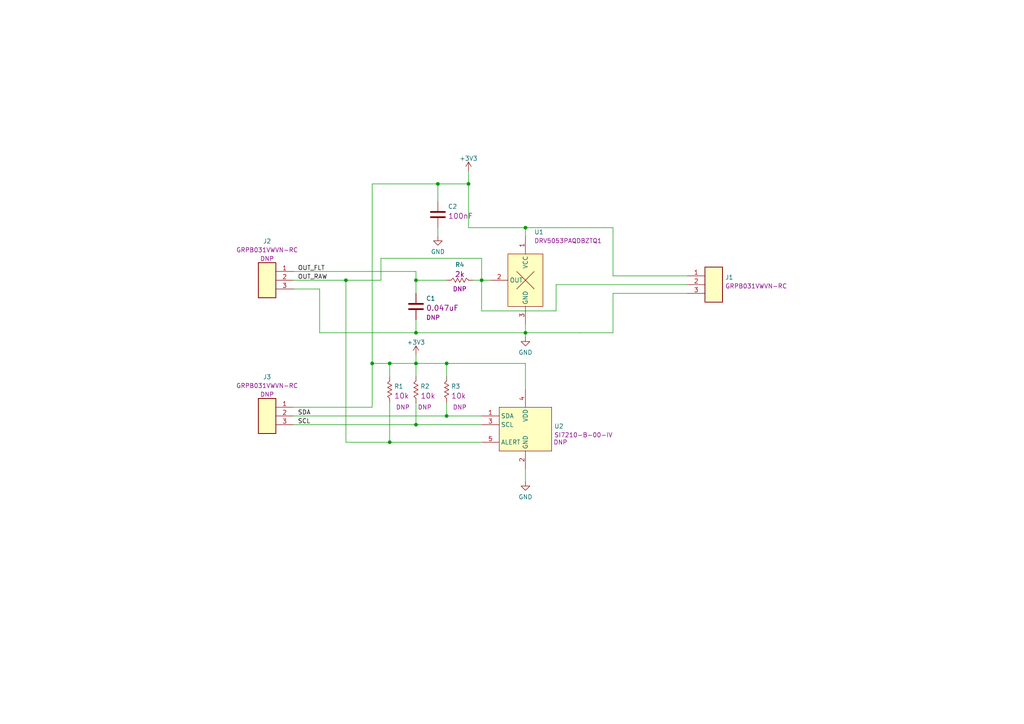
<source format=kicad_sch>
(kicad_sch (version 20211123) (generator eeschema)
  (paper "A4")
  (lib_symbols
    (symbol "master-vampire:C" (pin_numbers hide)
      (property "Reference" "C" (at 3.81 2.54 0))
      (property "Capacitance" "1uF" (at 6.35 0 0))
      (property "MV PN" "DNP" (at 6.35 -2.54 0))
      (symbol "C_0_1"
        (polyline (pts (xy -2.032 -0.762) (xy 2.032 -0.762)) (stroke (width 0.508)))
        (polyline (pts (xy -2.032 0.762) (xy 2.032 0.762)) (stroke (width 0.508)))
      )
      (symbol "C_1_1"
        (pin passive line (at 0 3.81 270) (length 2.794) (name "~") (number "1"))
        (pin passive line (at 0 -3.81 90) (length 2.794) (name "~") (number "2"))
      )
    )
    (symbol "master-vampire:Conn_1x3"
      (property "Reference" "J" (at -6.35 2.54 0))
      (property "MPN" "DNP" (at -5.08 -2.54 0))
      (property "MV PN" "DNP" (at -5.08 0 0))
      (symbol "Conn_1x3_0_1"
        (rectangle (start -2.54 5.08) (end 2.54 -5.08) (stroke (width 0.254)) (fill (type background)))
      )
      (symbol "Conn_1x3_1_1"
        (pin bidirectional line (at 7.62 2.54 180) (length 5.08) (name "~") (number "1"))
        (pin bidirectional line (at 7.62 0 180) (length 5.08) (name "~") (number "2"))
        (pin bidirectional line (at 7.62 -2.54 180) (length 5.08) (name "~") (number "3"))
      )
    )
    (symbol "master-vampire:R" (pin_numbers hide) (pin_names (offset 0))
      (property "Reference" "R" (at 0 2.54 0))
      (property "Resistance" "10k" (at 0 -2.54 0))
      (symbol "R_0_1"
        (polyline (pts (xy -2.54 0) (xy -1.905 0.635) (xy -1.27 -0.635) (xy -0.635 0.635) (xy 0 -0.635) (xy 0.635 0.635) (xy 1.27 -0.635) (xy 1.905 0.635) (xy 2.54 0)))
      )
      (symbol "R_1_1"
        (pin passive line (at 3.81 0 180) (length 1.27) (name "~") (number "1"))
        (pin passive line (at -3.81 0 0) (length 1.27) (name "~") (number "2"))
      )
    )
    (symbol "master-vampire:U_DRV5053"
      (property "Reference" "U" (at 1.27 11.43 0))
      (property "MPN" "DRV5053xx" (at 6.35 8.89 0))
      (property "MV PN" "DNP" (at -17.145 8.89 0))
      (symbol "U_DRV5053_0_1"
        (rectangle (start -15.875 -15.24) (end -15.875 -15.24) (stroke (width 0.1524)))
        (rectangle (start -15.875 -15.24) (end -15.875 -15.24) (stroke (width 0.1524)))
        (rectangle (start -15.875 -15.24) (end -15.875 -15.24) (stroke (width 0.1524)))
        (rectangle (start -15.875 -15.24) (end -15.875 -15.24) (stroke (width 0.1524)))
        (rectangle (start -15.875 -15.24) (end -15.875 -15.24) (stroke (width 0.1524)))
        (rectangle (start -15.875 -15.24) (end -15.875 -15.24) (stroke (width 0.1524)))
        (rectangle (start -15.875 -15.24) (end -15.875 -15.24) (stroke (width 0.1524)))
        (rectangle (start -15.875 -15.24) (end -15.875 -15.24) (stroke (width 0.1524)))
        (rectangle (start -15.875 -15.24) (end -15.875 -15.24) (stroke (width 0.1524)))
        (rectangle (start -15.875 -15.24) (end -15.875 -15.24) (stroke (width 0.1524)))
        (rectangle (start -5.08 7.62) (end 5.08 -7.62) (stroke (width 0.1524)) (fill (type background)))
        (polyline (pts (xy -2.54 2.54) (xy 2.54 -2.54)) (stroke (width 0.1524)))
        (polyline (pts (xy 2.54 2.54) (xy -2.54 -2.54)) (stroke (width 0.1524)))
      )
      (symbol "U_DRV5053_1_1"
        (pin power_in line (at 0 12.7 270) (length 5.08) (name "VCC") (number "1"))
        (pin output line (at 10.16 0 180) (length 5.08) (name "OUT") (number "2"))
        (pin power_in line (at 0 -12.7 90) (length 5.08) (name "GND") (number "3"))
      )
    )
    (symbol "master-vampire:U_Si7210"
      (property "Reference" "U" (at 1.27 8.89 0))
      (property "MPN" "Si7210xx" (at 5.08 6.35 0))
      (symbol "U_Si7210_0_1"
        (rectangle (start -7.62 5.08) (end 7.62 -7.62) (stroke (width 0.1524)) (fill (type background)))
      )
      (symbol "U_Si7210_1_1"
        (pin bidirectional line (at -12.7 2.54 0) (length 5.08) (name "SDA") (number "1"))
        (pin power_in line (at 0 -12.7 90) (length 5.08) (name "GND") (number "2"))
        (pin bidirectional line (at -12.7 0 0) (length 5.08) (name "SCL") (number "3"))
        (pin power_in line (at 0 10.16 270) (length 5.08) (name "VDD") (number "4"))
        (pin output line (at -12.7 -5.08 0) (length 5.08) (name "ALERT") (number "5"))
      )
    )
    (symbol "power:+3.3V" (power) (pin_names (offset 0))
      (property "Value" "+3.3V" (at 0 3.556 0))
      (symbol "+3.3V_0_1"
        (polyline (pts (xy -0.762 1.27) (xy 0 2.54)))
        (polyline (pts (xy 0 0) (xy 0 2.54)))
        (polyline (pts (xy 0 2.54) (xy 0.762 1.27)))
      )
      (symbol "+3.3V_1_1"
        (pin power_in line (at 0 0 90) (length 0) hide (name "+3V3") (number "1"))
      )
    )
    (symbol "power:GND" (power) (pin_names (offset 0))
      (property "Value" "GND" (at 0 -3.81 0))
      (symbol "GND_0_1"
        (polyline (pts (xy 0 0) (xy 0 -1.27) (xy 1.27 -1.27) (xy 0 -2.54) (xy -1.27 -1.27) (xy 0 -1.27)))
      )
      (symbol "GND_1_1"
        (pin power_in line (at 0 0 270) (length 0) hide (name "GND") (number "1"))
      )
    )
  )
  (junction (at 135.89 53.34))
  (junction (at 100.33 81.28))
  (junction (at 120.65 123.19))
  (junction (at 120.65 81.28))
  (junction (at 152.4 96.52))
  (junction (at 120.65 105.41))
  (junction (at 113.03 105.41))
  (junction (at 113.03 128.27))
  (junction (at 139.7 81.28))
  (junction (at 129.54 120.65))
  (junction (at 127 53.34))
  (junction (at 120.65 96.52))
  (junction (at 107.95 105.41))
  (junction (at 152.4 66.04))
  (junction (at 129.54 105.41))
  (wire (pts (xy 152.4 135.89) (xy 152.4 139.7)))
  (wire (pts (xy 107.95 53.34) (xy 127 53.34)))
  (wire (pts (xy 161.29 82.55) (xy 161.29 90.17)))
  (wire (pts (xy 120.65 81.28) (xy 120.65 85.09)))
  (wire (pts (xy 152.4 105.41) (xy 152.4 113.03)))
  (wire (pts (xy 177.8 85.09) (xy 177.8 96.52)))
  (wire (pts (xy 92.71 83.82) (xy 92.71 96.52)))
  (wire (pts (xy 100.33 81.28) (xy 100.33 128.27)))
  (wire (pts (xy 152.4 93.98) (xy 152.4 96.52)))
  (wire (pts (xy 85.09 81.28) (xy 100.33 81.28)))
  (wire (pts (xy 110.49 74.93) (xy 139.7 74.93)))
  (wire (pts (xy 113.03 105.41) (xy 120.65 105.41)))
  (wire (pts (xy 177.8 66.04) (xy 152.4 66.04)))
  (wire (pts (xy 127 53.34) (xy 127 58.42)))
  (wire (pts (xy 120.65 102.87) (xy 120.65 105.41)))
  (wire (pts (xy 199.39 80.01) (xy 177.8 80.01)))
  (wire (pts (xy 85.09 118.11) (xy 107.95 118.11)))
  (wire (pts (xy 129.54 105.41) (xy 120.65 105.41)))
  (wire (pts (xy 85.09 83.82) (xy 92.71 83.82)))
  (wire (pts (xy 199.39 82.55) (xy 161.29 82.55)))
  (wire (pts (xy 113.03 116.84) (xy 113.03 128.27)))
  (wire (pts (xy 107.95 118.11) (xy 107.95 105.41)))
  (wire (pts (xy 120.65 123.19) (xy 120.65 116.84)))
  (wire (pts (xy 107.95 53.34) (xy 107.95 105.41)))
  (wire (pts (xy 85.09 120.65) (xy 129.54 120.65)))
  (wire (pts (xy 85.09 78.74) (xy 120.65 78.74)))
  (wire (pts (xy 139.7 81.28) (xy 139.7 74.93)))
  (wire (pts (xy 100.33 81.28) (xy 110.49 81.28)))
  (wire (pts (xy 120.65 92.71) (xy 120.65 96.52)))
  (wire (pts (xy 113.03 128.27) (xy 139.7 128.27)))
  (wire (pts (xy 139.7 81.28) (xy 142.24 81.28)))
  (wire (pts (xy 120.65 105.41) (xy 120.65 109.22)))
  (wire (pts (xy 139.7 120.65) (xy 129.54 120.65)))
  (wire (pts (xy 129.54 120.65) (xy 129.54 116.84)))
  (wire (pts (xy 177.8 96.52) (xy 152.4 96.52)))
  (wire (pts (xy 139.7 123.19) (xy 120.65 123.19)))
  (wire (pts (xy 113.03 109.22) (xy 113.03 105.41)))
  (wire (pts (xy 113.03 105.41) (xy 107.95 105.41)))
  (wire (pts (xy 92.71 96.52) (xy 120.65 96.52)))
  (wire (pts (xy 177.8 80.01) (xy 177.8 66.04)))
  (wire (pts (xy 100.33 128.27) (xy 113.03 128.27)))
  (wire (pts (xy 199.39 85.09) (xy 177.8 85.09)))
  (wire (pts (xy 135.89 53.34) (xy 127 53.34)))
  (wire (pts (xy 152.4 96.52) (xy 152.4 97.79)))
  (wire (pts (xy 110.49 74.93) (xy 110.49 81.28)))
  (wire (pts (xy 161.29 90.17) (xy 139.7 90.17)))
  (wire (pts (xy 152.4 68.58) (xy 152.4 66.04)))
  (wire (pts (xy 135.89 66.04) (xy 152.4 66.04)))
  (wire (pts (xy 152.4 105.41) (xy 129.54 105.41)))
  (wire (pts (xy 137.16 81.28) (xy 139.7 81.28)))
  (wire (pts (xy 139.7 90.17) (xy 139.7 81.28)))
  (wire (pts (xy 135.89 49.53) (xy 135.89 53.34)))
  (wire (pts (xy 120.65 81.28) (xy 129.54 81.28)))
  (wire (pts (xy 127 66.04) (xy 127 68.58)))
  (wire (pts (xy 135.89 53.34) (xy 135.89 66.04)))
  (wire (pts (xy 120.65 96.52) (xy 152.4 96.52)))
  (wire (pts (xy 120.65 81.28) (xy 120.65 78.74)))
  (wire (pts (xy 85.09 123.19) (xy 120.65 123.19)))
  (wire (pts (xy 129.54 109.22) (xy 129.54 105.41)))
  (label "SDA" (at 86.36 120.65 0))
  (label "OUT_FLT" (at 86.36 78.74 0))
  (label "OUT_RAW" (at 86.36 81.28 0))
  (label "SCL" (at 86.36 123.19 0))
  (symbol (lib_id "power:GND") (at 152.4 139.7 0) (unit 1)
    (property "Reference" "#PWR05" (effects hide))
    (property "Value" "GND" (at 152.4 144.1434 0))
  )
  (symbol (lib_id "master-vampire:R") (at 133.35 81.28 0) (unit 1)
    (property "Reference" "R4" (at 133.35 76.7892 0))
    (property "Value" "R" (effects hide))
    (property "Footprint" "master-vampire:R_0805" (effects hide))
    (property "Resistance" "2k" (at 133.35 79.5544 0) (effects (font (size 1.524 1.524))))
    (property "Power" "1/10W" (effects hide))
    (property "Package" "0805" (effects hide))
    (property "Tolerance" "5per" (effects hide))
    (property "MPN" "CRG0805F2K0" (effects hide))
    (property "Manufacturer" "TE Connectivity Passive Product" (effects hide))
    (property "Supplier" "DigiKey" (effects hide))
    (property "Supplier PN" "DNP" (effects hide))
    (property "LCSC" "C186482" (effects hide))
    (property "MV PN" "DNP" (at 133.35 83.82 0))
    (property "Variant_DRV" "DNP" (effects hide))
  )
  (symbol (lib_id "master-vampire:Conn_1x3") (at 207.01 82.55 0) (mirror y) (unit 1)
    (property "Reference" "J1" (at 210.312 80.4469 0) (effects (justify right)))
    (property "Value" "Conn_1x3" (effects hide))
    (property "Footprint" "master-vampire:CONN_HEADER_MALE_1X3PIN_P1.27MM_TH_Phob" (effects hide))
    (property "Manufacturer" "Sullins Connector Solutions" (effects hide))
    (property "MPN" "GRPB031VWVN-RC" (at 210.312 82.9838 0) (effects (justify right)))
    (property "MV PN" "DNP" (effects hide))
    (property "Package" "Through-hole" (effects hide))
    (property "Supplier" "DigiKey" (effects hide))
    (property "Supplier PN" "S9014E-03-ND" (effects hide))
    (property "Variant_Si7210" "DNP" (effects hide))
  )
  (symbol (lib_id "master-vampire:Conn_1x3") (at 77.47 120.65 0) (unit 1)
    (property "Reference" "J3" (at 77.47 109.3334 0))
    (property "Value" "Conn_1x3" (effects hide))
    (property "Footprint" "master-vampire:CONN_HEADER_MALE_1X3PIN_P1.27MM_TH" (effects hide))
    (property "Manufacturer" "Sullins Connector Solutions" (effects hide))
    (property "MPN" "GRPB031VWVN-RC" (at 77.47 111.8703 0))
    (property "MV PN" "DNP" (at 77.47 114.4072 0))
    (property "Package" "Through-Hole" (effects hide))
    (property "Supplier" "DigiKey" (effects hide))
    (property "Supplier PN" "DNP" (effects hide))
    (property "Variant_DRV" "DNP" (effects hide))
  )
  (symbol (lib_id "master-vampire:U_DRV5053") (at 152.4 81.28 0) (mirror y) (unit 1)
    (property "Reference" "U1" (at 154.94 67.31 0) (effects (justify right)))
    (property "Value" "U_DRV5053" (effects hide))
    (property "Footprint" "master-vampire:SOT-23-3" (effects hide))
    (property "Manufacturer" "Texas Instruments" (effects hide))
    (property "MPN" "DRV5053PAQDBZTQ1" (at 154.94 69.85 0) (effects (justify right)))
    (property "Supplier" "DigiKey" (effects hide))
    (property "Supplier PN" "296-DRV5053PAQDBZTQ1CT-ND" (effects hide))
    (property "MV PN" "DNP" (effects hide))
    (property "Package" "SOT-23-3" (effects hide))
    (property "Variant_Si7210" "DNP" (effects hide))
  )
  (symbol (lib_id "master-vampire:C") (at 120.65 88.9 0) (unit 1)
    (property "Reference" "C1" (at 123.571 86.5686 0) (effects (justify left)))
    (property "Value" "C" (effects hide))
    (property "Footprint" "master-vampire:C_0805" (effects hide))
    (property "Capacitance" "0.047uF" (at 123.571 89.3338 0) (effects (font (size 1.524 1.524)) (justify left)))
    (property "Voltage Rating" "50V" (effects hide))
    (property "TempCo" "X7R" (effects hide))
    (property "Tolerance" "20per" (effects hide))
    (property "Package" "0805" (effects hide))
    (property "MPN" "CL21B473KBCNNNC" (effects hide))
    (property "Manufacturer" "Samsung Electro-Mechanics" (effects hide))
    (property "Supplier" "DigiKey" (effects hide))
    (property "Supplier PN" "DNP" (effects hide))
    (property "MV PN" "DNP" (at 123.571 92.0989 0) (effects (justify left)))
    (property "Variant_DRV" "DNP" (effects hide))
  )
  (symbol (lib_id "power:+3.3V") (at 135.89 49.53 0) (unit 1)
    (property "Reference" "#PWR03" (effects hide))
    (property "Value" "+3.3V" (at 135.89 45.9542 0))
  )
  (symbol (lib_id "master-vampire:U_Si7210") (at 152.4 123.19 0) (unit 1)
    (property "Reference" "U2" (at 160.7312 123.6253 0) (effects (justify left)))
    (property "Value" "U_Si7210" (effects hide))
    (property "Footprint" "master-vampire:SOT-23-5" (effects hide))
    (property "Manufacturer" "Silicon Labs" (effects hide))
    (property "MPN" "SI7210-B-00-IV" (at 160.7312 126.1622 0) (effects (justify left)))
    (property "Supplier" "DigiKey" (effects hide))
    (property "Supplier PN" "DNP" (effects hide))
    (property "Package" "SOT-23-5" (effects hide))
    (property "MV PN" "DNP" (at 162.56 128.27 0))
    (property "Variant_DRV" "DNP" (effects hide))
  )
  (symbol (lib_id "power:GND") (at 152.4 97.79 0) (unit 1)
    (property "Reference" "#PWR04" (effects hide))
    (property "Value" "GND" (at 152.4 102.2334 0))
  )
  (symbol (lib_id "power:+3.3V") (at 120.65 102.87 0) (unit 1)
    (property "Reference" "#PWR01" (effects hide))
    (property "Value" "+3.3V" (at 120.65 99.2942 0))
  )
  (symbol (lib_id "master-vampire:Conn_1x3") (at 77.47 81.28 0) (unit 1)
    (property "Reference" "J2" (at 77.47 69.9634 0))
    (property "Value" "Conn_1x3" (effects hide))
    (property "Footprint" "master-vampire:CONN_HEADER_MALE_1X3PIN_P1.27MM_TH" (effects hide))
    (property "Manufacturer" "Sullins Connector Solutions" (effects hide))
    (property "MPN" "GRPB031VWVN-RC" (at 77.47 72.5003 0))
    (property "MV PN" "DNP" (at 77.47 75.0372 0))
    (property "Package" "Through-Hole" (effects hide))
    (property "Supplier" "DigiKey" (effects hide))
    (property "Supplier PN" "DNP" (effects hide))
    (property "Variant_DRV" "DNP" (effects hide))
  )
  (symbol (lib_id "master-vampire:R") (at 129.54 113.03 90) (unit 1)
    (property "Reference" "R3" (at 130.81 112.0538 90) (effects (justify right)))
    (property "Value" "R" (effects hide))
    (property "Footprint" "master-vampire:R_0805" (effects hide))
    (property "Resistance" "10k" (at 130.81 114.819 90) (effects (font (size 1.524 1.524)) (justify right)))
    (property "Power" "1/10W" (effects hide))
    (property "Package" "0805" (effects hide))
    (property "Tolerance" "5per" (effects hide))
    (property "MPN" "RNCP0805FTD10K0" (effects hide))
    (property "Manufacturer" "Stackpole Electronics Inc" (effects hide))
    (property "Supplier" "DigiKey" (effects hide))
    (property "Supplier PN" "DNP" (effects hide))
    (property "LCSC" "C269724" (effects hide))
    (property "MV PN" "DNP" (at 133.35 118.11 90))
    (property "Variant_DRV" "DNP" (effects hide))
  )
  (symbol (lib_id "power:GND") (at 127 68.58 0) (unit 1)
    (property "Reference" "#PWR02" (effects hide))
    (property "Value" "GND" (at 127 73.0234 0))
  )
  (symbol (lib_id "master-vampire:R") (at 120.65 113.03 90) (unit 1)
    (property "Reference" "R2" (at 121.92 112.0538 90) (effects (justify right)))
    (property "Value" "R" (effects hide))
    (property "Footprint" "master-vampire:R_0805" (effects hide))
    (property "Resistance" "10k" (at 121.92 114.819 90) (effects (font (size 1.524 1.524)) (justify right)))
    (property "Power" "1/10W" (effects hide))
    (property "Package" "0805" (effects hide))
    (property "Tolerance" "5per" (effects hide))
    (property "MPN" "RNCP0805FTD10K0" (effects hide))
    (property "Manufacturer" "Stackpole Electronics Inc" (effects hide))
    (property "Supplier" "DigiKey" (effects hide))
    (property "Supplier PN" "DNP" (effects hide))
    (property "LCSC" "C269724" (effects hide))
    (property "MV PN" "DNP" (at 123.19 118.11 90))
    (property "Variant_DRV" "DNP" (effects hide))
  )
  (symbol (lib_id "master-vampire:R") (at 113.03 113.03 90) (unit 1)
    (property "Reference" "R1" (at 114.3 112.0538 90) (effects (justify right)))
    (property "Value" "R" (effects hide))
    (property "Footprint" "master-vampire:R_0805" (effects hide))
    (property "Resistance" "10k" (at 114.3 114.819 90) (effects (font (size 1.524 1.524)) (justify right)))
    (property "Power" "1/10W" (effects hide))
    (property "Package" "0805" (effects hide))
    (property "Tolerance" "5per" (effects hide))
    (property "MPN" "RNCP0805FTD10K0" (effects hide))
    (property "Manufacturer" "Stackpole Electronics Inc" (effects hide))
    (property "Supplier" "DigiKey" (effects hide))
    (property "Supplier PN" "DNP" (effects hide))
    (property "LCSC" "C269724" (effects hide))
    (property "MV PN" "DNP" (at 116.84 118.11 90))
    (property "Variant_DRV" "DNP" (effects hide))
  )
  (symbol (lib_id "master-vampire:C") (at 127 62.23 0) (unit 1)
    (property "Reference" "C2" (at 129.921 59.8986 0) (effects (justify left)))
    (property "Value" "C" (effects hide))
    (property "Footprint" "master-vampire:C_0805" (effects hide))
    (property "Capacitance" "100nF" (at 129.921 62.6638 0) (effects (font (size 1.524 1.524)) (justify left)))
    (property "Voltage Rating" "50V" (effects hide))
    (property "TempCo" "X7R" (effects hide))
    (property "Tolerance" "20per" (effects hide))
    (property "Package" "0805" (effects hide))
    (property "MPN" "CL21B104KACNNNC" (effects hide))
    (property "Manufacturer" "Samsung Electro-Mechanics" (effects hide))
    (property "Supplier" "DigiKey" (effects hide))
    (property "Supplier PN" "1276-1099-1-ND" (effects hide))
    (property "MV PN" "DNP" (effects hide))
    (property "LCSC" "C695378" (effects hide))
    (property "Variant_Si7210" "DNP" (effects hide))
  )
)
</source>
